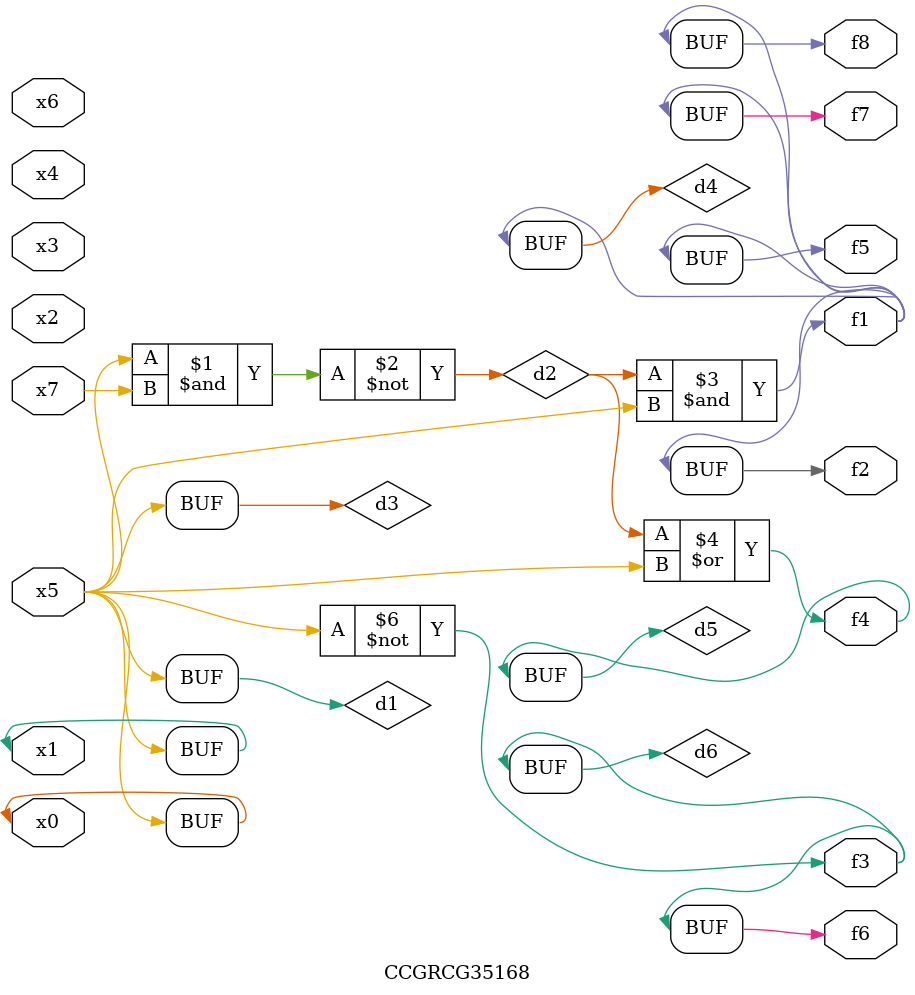
<source format=v>
module CCGRCG35168(
	input x0, x1, x2, x3, x4, x5, x6, x7,
	output f1, f2, f3, f4, f5, f6, f7, f8
);

	wire d1, d2, d3, d4, d5, d6;

	buf (d1, x0, x5);
	nand (d2, x5, x7);
	buf (d3, x0, x1);
	and (d4, d2, d3);
	or (d5, d2, d3);
	nor (d6, d1, d3);
	assign f1 = d4;
	assign f2 = d4;
	assign f3 = d6;
	assign f4 = d5;
	assign f5 = d4;
	assign f6 = d6;
	assign f7 = d4;
	assign f8 = d4;
endmodule

</source>
